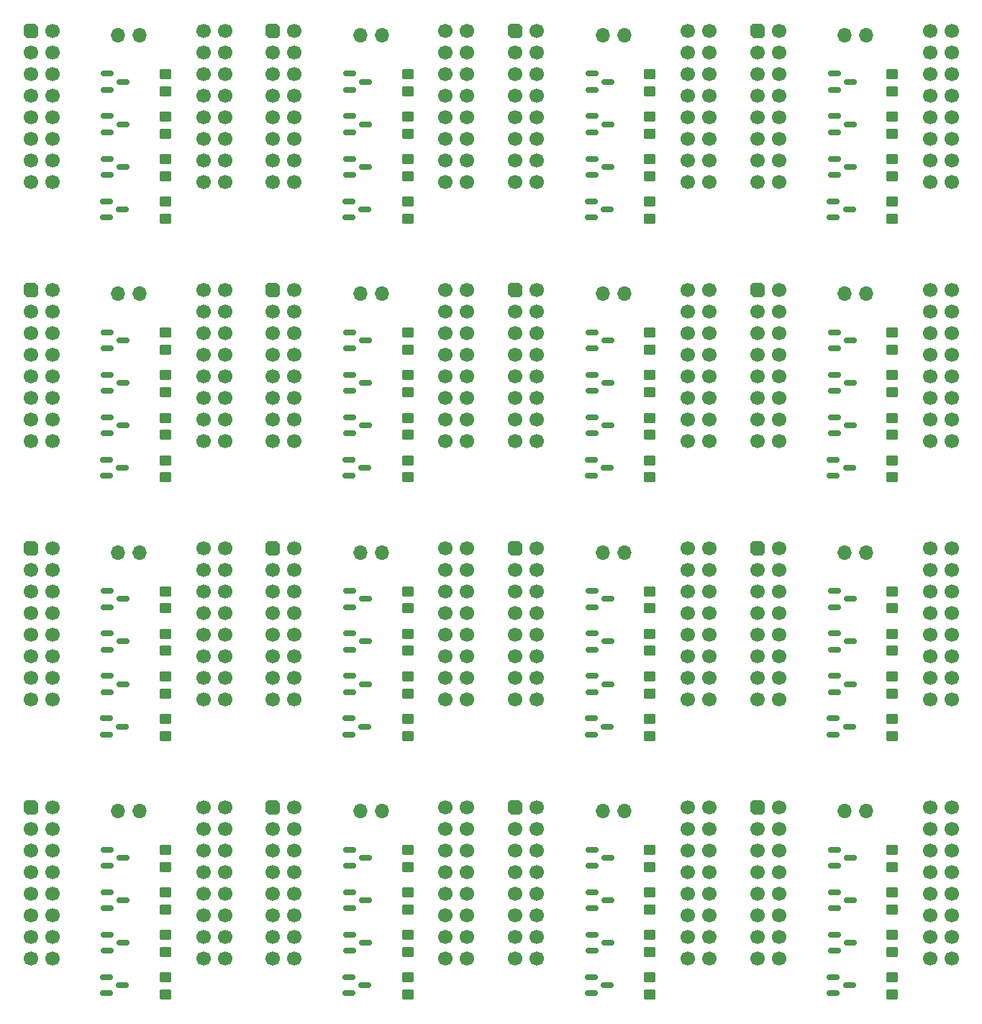
<source format=gbr>
%TF.GenerationSoftware,KiCad,Pcbnew,8.0.6*%
%TF.CreationDate,2024-10-19T01:04:28+01:00*%
%TF.ProjectId,panel,70616e65-6c2e-46b6-9963-61645f706362,rev?*%
%TF.SameCoordinates,Original*%
%TF.FileFunction,Soldermask,Top*%
%TF.FilePolarity,Negative*%
%FSLAX46Y46*%
G04 Gerber Fmt 4.6, Leading zero omitted, Abs format (unit mm)*
G04 Created by KiCad (PCBNEW 8.0.6) date 2024-10-19 01:04:28*
%MOMM*%
%LPD*%
G01*
G04 APERTURE LIST*
G04 Aperture macros list*
%AMRoundRect*
0 Rectangle with rounded corners*
0 $1 Rounding radius*
0 $2 $3 $4 $5 $6 $7 $8 $9 X,Y pos of 4 corners*
0 Add a 4 corners polygon primitive as box body*
4,1,4,$2,$3,$4,$5,$6,$7,$8,$9,$2,$3,0*
0 Add four circle primitives for the rounded corners*
1,1,$1+$1,$2,$3*
1,1,$1+$1,$4,$5*
1,1,$1+$1,$6,$7*
1,1,$1+$1,$8,$9*
0 Add four rect primitives between the rounded corners*
20,1,$1+$1,$2,$3,$4,$5,0*
20,1,$1+$1,$4,$5,$6,$7,0*
20,1,$1+$1,$6,$7,$8,$9,0*
20,1,$1+$1,$8,$9,$2,$3,0*%
%AMFreePoly0*
4,1,19,-0.850000,0.510000,-0.510000,0.850000,0.255000,0.850000,0.408997,0.829726,0.552500,0.770285,0.675729,0.675729,0.770285,0.552500,0.829726,0.408997,0.850000,0.255000,0.850000,-0.510000,0.510000,-0.850000,-0.255000,-0.850000,-0.408997,-0.829726,-0.552500,-0.770285,-0.675729,-0.675729,-0.770285,-0.552500,-0.829726,-0.408997,-0.850000,-0.255000,-0.850000,0.510000,-0.850000,0.510000,
$1*%
G04 Aperture macros list end*
%ADD10RoundRect,0.150000X-0.587500X-0.150000X0.587500X-0.150000X0.587500X0.150000X-0.587500X0.150000X0*%
%ADD11O,1.700000X1.700000*%
%ADD12FreePoly0,0.000000*%
%ADD13C,1.700000*%
%ADD14RoundRect,0.250000X0.450000X-0.350000X0.450000X0.350000X-0.450000X0.350000X-0.450000X-0.350000X0*%
G04 APERTURE END LIST*
D10*
%TO.C,Q2*%
X160410000Y-122930000D03*
X160410000Y-124830000D03*
X162285000Y-123880000D03*
%TD*%
D11*
%TO.C,J1*%
X135660000Y-113390000D03*
X133120000Y-113390000D03*
%TD*%
D10*
%TO.C,Q4*%
X131890000Y-87500000D03*
X131890000Y-89400000D03*
X133765000Y-88450000D03*
%TD*%
D12*
%TO.C,U1*%
X94330000Y-112930000D03*
D13*
X94330000Y-115470000D03*
X94330000Y-118010000D03*
X94330000Y-120550000D03*
X94330000Y-123090000D03*
X94330000Y-125630000D03*
X94330000Y-128170000D03*
X94330000Y-130710000D03*
X117190000Y-130710000D03*
X117190000Y-128170000D03*
X117190000Y-125630000D03*
X117190000Y-123090000D03*
X117190000Y-120550000D03*
X117190000Y-118010000D03*
X117190000Y-115470000D03*
X117190000Y-112930000D03*
X96870000Y-112930000D03*
X96870000Y-115470000D03*
X96870000Y-118010000D03*
X96870000Y-120550000D03*
X96870000Y-123090000D03*
X96870000Y-125630000D03*
X96870000Y-128170000D03*
X96870000Y-130710000D03*
X114650000Y-130710000D03*
X114650000Y-128170000D03*
X114650000Y-125630000D03*
X114650000Y-123090000D03*
X114650000Y-120550000D03*
X114650000Y-118010000D03*
X114650000Y-115470000D03*
X114650000Y-112930000D03*
%TD*%
D14*
%TO.C,R3*%
X167220000Y-124980000D03*
X167220000Y-122980000D03*
%TD*%
%TO.C,R2*%
X167220000Y-99550000D03*
X167220000Y-97550000D03*
%TD*%
D10*
%TO.C,Q4*%
X188930000Y-57070000D03*
X188930000Y-58970000D03*
X190805000Y-58020000D03*
%TD*%
D11*
%TO.C,J1*%
X192700000Y-52530000D03*
X190160000Y-52530000D03*
%TD*%
%TO.C,J1*%
X135660000Y-82960000D03*
X133120000Y-82960000D03*
%TD*%
D10*
%TO.C,Q2*%
X131890000Y-31640000D03*
X131890000Y-33540000D03*
X133765000Y-32590000D03*
%TD*%
D14*
%TO.C,R2*%
X110180000Y-99550000D03*
X110180000Y-97550000D03*
%TD*%
D10*
%TO.C,Q1*%
X103242500Y-41640000D03*
X103242500Y-43540000D03*
X105117500Y-42590000D03*
%TD*%
%TO.C,Q3*%
X131890000Y-67070000D03*
X131890000Y-68970000D03*
X133765000Y-68020000D03*
%TD*%
%TO.C,Q3*%
X160410000Y-36640000D03*
X160410000Y-38540000D03*
X162285000Y-37590000D03*
%TD*%
D14*
%TO.C,R2*%
X138700000Y-99550000D03*
X138700000Y-97550000D03*
%TD*%
%TO.C,R4*%
X138700000Y-28690000D03*
X138700000Y-26690000D03*
%TD*%
%TO.C,R3*%
X138700000Y-64120000D03*
X138700000Y-62120000D03*
%TD*%
D11*
%TO.C,J1*%
X135660000Y-52530000D03*
X133120000Y-52530000D03*
%TD*%
D14*
%TO.C,R3*%
X138700000Y-33690000D03*
X138700000Y-31690000D03*
%TD*%
D11*
%TO.C,J1*%
X135660000Y-22100000D03*
X133120000Y-22100000D03*
%TD*%
D12*
%TO.C,U1*%
X122850000Y-82500000D03*
D13*
X122850000Y-85040000D03*
X122850000Y-87580000D03*
X122850000Y-90120000D03*
X122850000Y-92660000D03*
X122850000Y-95200000D03*
X122850000Y-97740000D03*
X122850000Y-100280000D03*
X145710000Y-100280000D03*
X145710000Y-97740000D03*
X145710000Y-95200000D03*
X145710000Y-92660000D03*
X145710000Y-90120000D03*
X145710000Y-87580000D03*
X145710000Y-85040000D03*
X145710000Y-82500000D03*
X125390000Y-82500000D03*
X125390000Y-85040000D03*
X125390000Y-87580000D03*
X125390000Y-90120000D03*
X125390000Y-92660000D03*
X125390000Y-95200000D03*
X125390000Y-97740000D03*
X125390000Y-100280000D03*
X143170000Y-100280000D03*
X143170000Y-97740000D03*
X143170000Y-95200000D03*
X143170000Y-92660000D03*
X143170000Y-90120000D03*
X143170000Y-87580000D03*
X143170000Y-85040000D03*
X143170000Y-82500000D03*
%TD*%
D12*
%TO.C,U1*%
X122850000Y-52070000D03*
D13*
X122850000Y-54610000D03*
X122850000Y-57150000D03*
X122850000Y-59690000D03*
X122850000Y-62230000D03*
X122850000Y-64770000D03*
X122850000Y-67310000D03*
X122850000Y-69850000D03*
X145710000Y-69850000D03*
X145710000Y-67310000D03*
X145710000Y-64770000D03*
X145710000Y-62230000D03*
X145710000Y-59690000D03*
X145710000Y-57150000D03*
X145710000Y-54610000D03*
X145710000Y-52070000D03*
X125390000Y-52070000D03*
X125390000Y-54610000D03*
X125390000Y-57150000D03*
X125390000Y-59690000D03*
X125390000Y-62230000D03*
X125390000Y-64770000D03*
X125390000Y-67310000D03*
X125390000Y-69850000D03*
X143170000Y-69850000D03*
X143170000Y-67310000D03*
X143170000Y-64770000D03*
X143170000Y-62230000D03*
X143170000Y-59690000D03*
X143170000Y-57150000D03*
X143170000Y-54610000D03*
X143170000Y-52070000D03*
%TD*%
D10*
%TO.C,Q1*%
X131762500Y-41640000D03*
X131762500Y-43540000D03*
X133637500Y-42590000D03*
%TD*%
%TO.C,Q1*%
X103242500Y-102500000D03*
X103242500Y-104400000D03*
X105117500Y-103450000D03*
%TD*%
D14*
%TO.C,R4*%
X195740000Y-89550000D03*
X195740000Y-87550000D03*
%TD*%
D10*
%TO.C,Q1*%
X188802500Y-72070000D03*
X188802500Y-73970000D03*
X190677500Y-73020000D03*
%TD*%
D14*
%TO.C,R2*%
X195740000Y-99550000D03*
X195740000Y-97550000D03*
%TD*%
%TO.C,R1*%
X195740000Y-43690000D03*
X195740000Y-41690000D03*
%TD*%
%TO.C,R1*%
X138700000Y-134980000D03*
X138700000Y-132980000D03*
%TD*%
D10*
%TO.C,Q1*%
X131762500Y-102500000D03*
X131762500Y-104400000D03*
X133637500Y-103450000D03*
%TD*%
%TO.C,Q4*%
X160410000Y-57070000D03*
X160410000Y-58970000D03*
X162285000Y-58020000D03*
%TD*%
D12*
%TO.C,U1*%
X122850000Y-112930000D03*
D13*
X122850000Y-115470000D03*
X122850000Y-118010000D03*
X122850000Y-120550000D03*
X122850000Y-123090000D03*
X122850000Y-125630000D03*
X122850000Y-128170000D03*
X122850000Y-130710000D03*
X145710000Y-130710000D03*
X145710000Y-128170000D03*
X145710000Y-125630000D03*
X145710000Y-123090000D03*
X145710000Y-120550000D03*
X145710000Y-118010000D03*
X145710000Y-115470000D03*
X145710000Y-112930000D03*
X125390000Y-112930000D03*
X125390000Y-115470000D03*
X125390000Y-118010000D03*
X125390000Y-120550000D03*
X125390000Y-123090000D03*
X125390000Y-125630000D03*
X125390000Y-128170000D03*
X125390000Y-130710000D03*
X143170000Y-130710000D03*
X143170000Y-128170000D03*
X143170000Y-125630000D03*
X143170000Y-123090000D03*
X143170000Y-120550000D03*
X143170000Y-118010000D03*
X143170000Y-115470000D03*
X143170000Y-112930000D03*
%TD*%
D14*
%TO.C,R1*%
X195740000Y-74120000D03*
X195740000Y-72120000D03*
%TD*%
%TO.C,R2*%
X110180000Y-38690000D03*
X110180000Y-36690000D03*
%TD*%
D10*
%TO.C,Q1*%
X188802500Y-102500000D03*
X188802500Y-104400000D03*
X190677500Y-103450000D03*
%TD*%
D14*
%TO.C,R1*%
X167220000Y-74120000D03*
X167220000Y-72120000D03*
%TD*%
%TO.C,R2*%
X138700000Y-38690000D03*
X138700000Y-36690000D03*
%TD*%
D10*
%TO.C,Q3*%
X131890000Y-97500000D03*
X131890000Y-99400000D03*
X133765000Y-98450000D03*
%TD*%
D11*
%TO.C,J1*%
X164180000Y-113390000D03*
X161640000Y-113390000D03*
%TD*%
D14*
%TO.C,R3*%
X195740000Y-124980000D03*
X195740000Y-122980000D03*
%TD*%
%TO.C,R3*%
X195740000Y-64120000D03*
X195740000Y-62120000D03*
%TD*%
%TO.C,R4*%
X167220000Y-28690000D03*
X167220000Y-26690000D03*
%TD*%
D10*
%TO.C,Q2*%
X160410000Y-62070000D03*
X160410000Y-63970000D03*
X162285000Y-63020000D03*
%TD*%
D11*
%TO.C,J1*%
X192700000Y-82960000D03*
X190160000Y-82960000D03*
%TD*%
D14*
%TO.C,R2*%
X167220000Y-129980000D03*
X167220000Y-127980000D03*
%TD*%
%TO.C,R3*%
X110180000Y-64120000D03*
X110180000Y-62120000D03*
%TD*%
D10*
%TO.C,Q1*%
X103242500Y-132930000D03*
X103242500Y-134830000D03*
X105117500Y-133880000D03*
%TD*%
%TO.C,Q3*%
X103370000Y-127930000D03*
X103370000Y-129830000D03*
X105245000Y-128880000D03*
%TD*%
%TO.C,Q4*%
X103370000Y-87500000D03*
X103370000Y-89400000D03*
X105245000Y-88450000D03*
%TD*%
D14*
%TO.C,R4*%
X138700000Y-89550000D03*
X138700000Y-87550000D03*
%TD*%
%TO.C,R4*%
X195740000Y-119980000D03*
X195740000Y-117980000D03*
%TD*%
D10*
%TO.C,Q4*%
X188930000Y-117930000D03*
X188930000Y-119830000D03*
X190805000Y-118880000D03*
%TD*%
%TO.C,Q1*%
X131762500Y-72070000D03*
X131762500Y-73970000D03*
X133637500Y-73020000D03*
%TD*%
D14*
%TO.C,R3*%
X195740000Y-94550000D03*
X195740000Y-92550000D03*
%TD*%
D10*
%TO.C,Q4*%
X160410000Y-26640000D03*
X160410000Y-28540000D03*
X162285000Y-27590000D03*
%TD*%
%TO.C,Q3*%
X188930000Y-36640000D03*
X188930000Y-38540000D03*
X190805000Y-37590000D03*
%TD*%
D14*
%TO.C,R3*%
X110180000Y-124980000D03*
X110180000Y-122980000D03*
%TD*%
D10*
%TO.C,Q3*%
X160410000Y-127930000D03*
X160410000Y-129830000D03*
X162285000Y-128880000D03*
%TD*%
D12*
%TO.C,U1*%
X94330000Y-52070000D03*
D13*
X94330000Y-54610000D03*
X94330000Y-57150000D03*
X94330000Y-59690000D03*
X94330000Y-62230000D03*
X94330000Y-64770000D03*
X94330000Y-67310000D03*
X94330000Y-69850000D03*
X117190000Y-69850000D03*
X117190000Y-67310000D03*
X117190000Y-64770000D03*
X117190000Y-62230000D03*
X117190000Y-59690000D03*
X117190000Y-57150000D03*
X117190000Y-54610000D03*
X117190000Y-52070000D03*
X96870000Y-52070000D03*
X96870000Y-54610000D03*
X96870000Y-57150000D03*
X96870000Y-59690000D03*
X96870000Y-62230000D03*
X96870000Y-64770000D03*
X96870000Y-67310000D03*
X96870000Y-69850000D03*
X114650000Y-69850000D03*
X114650000Y-67310000D03*
X114650000Y-64770000D03*
X114650000Y-62230000D03*
X114650000Y-59690000D03*
X114650000Y-57150000D03*
X114650000Y-54610000D03*
X114650000Y-52070000D03*
%TD*%
D10*
%TO.C,Q1*%
X160282500Y-72070000D03*
X160282500Y-73970000D03*
X162157500Y-73020000D03*
%TD*%
D11*
%TO.C,J1*%
X107140000Y-22100000D03*
X104600000Y-22100000D03*
%TD*%
D10*
%TO.C,Q2*%
X188930000Y-62070000D03*
X188930000Y-63970000D03*
X190805000Y-63020000D03*
%TD*%
D14*
%TO.C,R2*%
X167220000Y-69120000D03*
X167220000Y-67120000D03*
%TD*%
D10*
%TO.C,Q2*%
X131890000Y-122930000D03*
X131890000Y-124830000D03*
X133765000Y-123880000D03*
%TD*%
%TO.C,Q4*%
X103370000Y-26640000D03*
X103370000Y-28540000D03*
X105245000Y-27590000D03*
%TD*%
D14*
%TO.C,R2*%
X138700000Y-69120000D03*
X138700000Y-67120000D03*
%TD*%
D12*
%TO.C,U1*%
X179890000Y-21640000D03*
D13*
X179890000Y-24180000D03*
X179890000Y-26720000D03*
X179890000Y-29260000D03*
X179890000Y-31800000D03*
X179890000Y-34340000D03*
X179890000Y-36880000D03*
X179890000Y-39420000D03*
X202750000Y-39420000D03*
X202750000Y-36880000D03*
X202750000Y-34340000D03*
X202750000Y-31800000D03*
X202750000Y-29260000D03*
X202750000Y-26720000D03*
X202750000Y-24180000D03*
X202750000Y-21640000D03*
X182430000Y-21640000D03*
X182430000Y-24180000D03*
X182430000Y-26720000D03*
X182430000Y-29260000D03*
X182430000Y-31800000D03*
X182430000Y-34340000D03*
X182430000Y-36880000D03*
X182430000Y-39420000D03*
X200210000Y-39420000D03*
X200210000Y-36880000D03*
X200210000Y-34340000D03*
X200210000Y-31800000D03*
X200210000Y-29260000D03*
X200210000Y-26720000D03*
X200210000Y-24180000D03*
X200210000Y-21640000D03*
%TD*%
D10*
%TO.C,Q4*%
X131890000Y-117930000D03*
X131890000Y-119830000D03*
X133765000Y-118880000D03*
%TD*%
D14*
%TO.C,R3*%
X138700000Y-124980000D03*
X138700000Y-122980000D03*
%TD*%
D12*
%TO.C,U1*%
X151370000Y-82500000D03*
D13*
X151370000Y-85040000D03*
X151370000Y-87580000D03*
X151370000Y-90120000D03*
X151370000Y-92660000D03*
X151370000Y-95200000D03*
X151370000Y-97740000D03*
X151370000Y-100280000D03*
X174230000Y-100280000D03*
X174230000Y-97740000D03*
X174230000Y-95200000D03*
X174230000Y-92660000D03*
X174230000Y-90120000D03*
X174230000Y-87580000D03*
X174230000Y-85040000D03*
X174230000Y-82500000D03*
X153910000Y-82500000D03*
X153910000Y-85040000D03*
X153910000Y-87580000D03*
X153910000Y-90120000D03*
X153910000Y-92660000D03*
X153910000Y-95200000D03*
X153910000Y-97740000D03*
X153910000Y-100280000D03*
X171690000Y-100280000D03*
X171690000Y-97740000D03*
X171690000Y-95200000D03*
X171690000Y-92660000D03*
X171690000Y-90120000D03*
X171690000Y-87580000D03*
X171690000Y-85040000D03*
X171690000Y-82500000D03*
%TD*%
D14*
%TO.C,R3*%
X195740000Y-33690000D03*
X195740000Y-31690000D03*
%TD*%
D10*
%TO.C,Q3*%
X188930000Y-97500000D03*
X188930000Y-99400000D03*
X190805000Y-98450000D03*
%TD*%
%TO.C,Q2*%
X131890000Y-62070000D03*
X131890000Y-63970000D03*
X133765000Y-63020000D03*
%TD*%
D12*
%TO.C,U1*%
X151370000Y-21640000D03*
D13*
X151370000Y-24180000D03*
X151370000Y-26720000D03*
X151370000Y-29260000D03*
X151370000Y-31800000D03*
X151370000Y-34340000D03*
X151370000Y-36880000D03*
X151370000Y-39420000D03*
X174230000Y-39420000D03*
X174230000Y-36880000D03*
X174230000Y-34340000D03*
X174230000Y-31800000D03*
X174230000Y-29260000D03*
X174230000Y-26720000D03*
X174230000Y-24180000D03*
X174230000Y-21640000D03*
X153910000Y-21640000D03*
X153910000Y-24180000D03*
X153910000Y-26720000D03*
X153910000Y-29260000D03*
X153910000Y-31800000D03*
X153910000Y-34340000D03*
X153910000Y-36880000D03*
X153910000Y-39420000D03*
X171690000Y-39420000D03*
X171690000Y-36880000D03*
X171690000Y-34340000D03*
X171690000Y-31800000D03*
X171690000Y-29260000D03*
X171690000Y-26720000D03*
X171690000Y-24180000D03*
X171690000Y-21640000D03*
%TD*%
D14*
%TO.C,R1*%
X110180000Y-134980000D03*
X110180000Y-132980000D03*
%TD*%
D10*
%TO.C,Q1*%
X160282500Y-41640000D03*
X160282500Y-43540000D03*
X162157500Y-42590000D03*
%TD*%
%TO.C,Q3*%
X103370000Y-36640000D03*
X103370000Y-38540000D03*
X105245000Y-37590000D03*
%TD*%
D14*
%TO.C,R3*%
X138700000Y-94550000D03*
X138700000Y-92550000D03*
%TD*%
D10*
%TO.C,Q3*%
X188930000Y-67070000D03*
X188930000Y-68970000D03*
X190805000Y-68020000D03*
%TD*%
D12*
%TO.C,U1*%
X151370000Y-52070000D03*
D13*
X151370000Y-54610000D03*
X151370000Y-57150000D03*
X151370000Y-59690000D03*
X151370000Y-62230000D03*
X151370000Y-64770000D03*
X151370000Y-67310000D03*
X151370000Y-69850000D03*
X174230000Y-69850000D03*
X174230000Y-67310000D03*
X174230000Y-64770000D03*
X174230000Y-62230000D03*
X174230000Y-59690000D03*
X174230000Y-57150000D03*
X174230000Y-54610000D03*
X174230000Y-52070000D03*
X153910000Y-52070000D03*
X153910000Y-54610000D03*
X153910000Y-57150000D03*
X153910000Y-59690000D03*
X153910000Y-62230000D03*
X153910000Y-64770000D03*
X153910000Y-67310000D03*
X153910000Y-69850000D03*
X171690000Y-69850000D03*
X171690000Y-67310000D03*
X171690000Y-64770000D03*
X171690000Y-62230000D03*
X171690000Y-59690000D03*
X171690000Y-57150000D03*
X171690000Y-54610000D03*
X171690000Y-52070000D03*
%TD*%
D10*
%TO.C,Q2*%
X188930000Y-31640000D03*
X188930000Y-33540000D03*
X190805000Y-32590000D03*
%TD*%
D12*
%TO.C,U1*%
X94330000Y-82500000D03*
D13*
X94330000Y-85040000D03*
X94330000Y-87580000D03*
X94330000Y-90120000D03*
X94330000Y-92660000D03*
X94330000Y-95200000D03*
X94330000Y-97740000D03*
X94330000Y-100280000D03*
X117190000Y-100280000D03*
X117190000Y-97740000D03*
X117190000Y-95200000D03*
X117190000Y-92660000D03*
X117190000Y-90120000D03*
X117190000Y-87580000D03*
X117190000Y-85040000D03*
X117190000Y-82500000D03*
X96870000Y-82500000D03*
X96870000Y-85040000D03*
X96870000Y-87580000D03*
X96870000Y-90120000D03*
X96870000Y-92660000D03*
X96870000Y-95200000D03*
X96870000Y-97740000D03*
X96870000Y-100280000D03*
X114650000Y-100280000D03*
X114650000Y-97740000D03*
X114650000Y-95200000D03*
X114650000Y-92660000D03*
X114650000Y-90120000D03*
X114650000Y-87580000D03*
X114650000Y-85040000D03*
X114650000Y-82500000D03*
%TD*%
D12*
%TO.C,U1*%
X151370000Y-112930000D03*
D13*
X151370000Y-115470000D03*
X151370000Y-118010000D03*
X151370000Y-120550000D03*
X151370000Y-123090000D03*
X151370000Y-125630000D03*
X151370000Y-128170000D03*
X151370000Y-130710000D03*
X174230000Y-130710000D03*
X174230000Y-128170000D03*
X174230000Y-125630000D03*
X174230000Y-123090000D03*
X174230000Y-120550000D03*
X174230000Y-118010000D03*
X174230000Y-115470000D03*
X174230000Y-112930000D03*
X153910000Y-112930000D03*
X153910000Y-115470000D03*
X153910000Y-118010000D03*
X153910000Y-120550000D03*
X153910000Y-123090000D03*
X153910000Y-125630000D03*
X153910000Y-128170000D03*
X153910000Y-130710000D03*
X171690000Y-130710000D03*
X171690000Y-128170000D03*
X171690000Y-125630000D03*
X171690000Y-123090000D03*
X171690000Y-120550000D03*
X171690000Y-118010000D03*
X171690000Y-115470000D03*
X171690000Y-112930000D03*
%TD*%
D10*
%TO.C,Q4*%
X103370000Y-57070000D03*
X103370000Y-58970000D03*
X105245000Y-58020000D03*
%TD*%
%TO.C,Q2*%
X188930000Y-122930000D03*
X188930000Y-124830000D03*
X190805000Y-123880000D03*
%TD*%
%TO.C,Q3*%
X188930000Y-127930000D03*
X188930000Y-129830000D03*
X190805000Y-128880000D03*
%TD*%
D12*
%TO.C,U1*%
X179890000Y-52070000D03*
D13*
X179890000Y-54610000D03*
X179890000Y-57150000D03*
X179890000Y-59690000D03*
X179890000Y-62230000D03*
X179890000Y-64770000D03*
X179890000Y-67310000D03*
X179890000Y-69850000D03*
X202750000Y-69850000D03*
X202750000Y-67310000D03*
X202750000Y-64770000D03*
X202750000Y-62230000D03*
X202750000Y-59690000D03*
X202750000Y-57150000D03*
X202750000Y-54610000D03*
X202750000Y-52070000D03*
X182430000Y-52070000D03*
X182430000Y-54610000D03*
X182430000Y-57150000D03*
X182430000Y-59690000D03*
X182430000Y-62230000D03*
X182430000Y-64770000D03*
X182430000Y-67310000D03*
X182430000Y-69850000D03*
X200210000Y-69850000D03*
X200210000Y-67310000D03*
X200210000Y-64770000D03*
X200210000Y-62230000D03*
X200210000Y-59690000D03*
X200210000Y-57150000D03*
X200210000Y-54610000D03*
X200210000Y-52070000D03*
%TD*%
D14*
%TO.C,R4*%
X195740000Y-28690000D03*
X195740000Y-26690000D03*
%TD*%
%TO.C,R1*%
X138700000Y-104550000D03*
X138700000Y-102550000D03*
%TD*%
D10*
%TO.C,Q1*%
X188802500Y-132930000D03*
X188802500Y-134830000D03*
X190677500Y-133880000D03*
%TD*%
%TO.C,Q2*%
X103370000Y-62070000D03*
X103370000Y-63970000D03*
X105245000Y-63020000D03*
%TD*%
D14*
%TO.C,R2*%
X195740000Y-69120000D03*
X195740000Y-67120000D03*
%TD*%
D10*
%TO.C,Q2*%
X188930000Y-92500000D03*
X188930000Y-94400000D03*
X190805000Y-93450000D03*
%TD*%
D14*
%TO.C,R2*%
X110180000Y-129980000D03*
X110180000Y-127980000D03*
%TD*%
D10*
%TO.C,Q4*%
X160410000Y-87500000D03*
X160410000Y-89400000D03*
X162285000Y-88450000D03*
%TD*%
%TO.C,Q2*%
X160410000Y-31640000D03*
X160410000Y-33540000D03*
X162285000Y-32590000D03*
%TD*%
D14*
%TO.C,R2*%
X195740000Y-129980000D03*
X195740000Y-127980000D03*
%TD*%
%TO.C,R2*%
X167220000Y-38690000D03*
X167220000Y-36690000D03*
%TD*%
%TO.C,R4*%
X167220000Y-59120000D03*
X167220000Y-57120000D03*
%TD*%
%TO.C,R1*%
X167220000Y-134980000D03*
X167220000Y-132980000D03*
%TD*%
%TO.C,R4*%
X195740000Y-59120000D03*
X195740000Y-57120000D03*
%TD*%
%TO.C,R4*%
X138700000Y-59120000D03*
X138700000Y-57120000D03*
%TD*%
D10*
%TO.C,Q2*%
X103370000Y-31640000D03*
X103370000Y-33540000D03*
X105245000Y-32590000D03*
%TD*%
%TO.C,Q3*%
X160410000Y-67070000D03*
X160410000Y-68970000D03*
X162285000Y-68020000D03*
%TD*%
%TO.C,Q3*%
X131890000Y-36640000D03*
X131890000Y-38540000D03*
X133765000Y-37590000D03*
%TD*%
D14*
%TO.C,R3*%
X167220000Y-64120000D03*
X167220000Y-62120000D03*
%TD*%
D10*
%TO.C,Q3*%
X103370000Y-67070000D03*
X103370000Y-68970000D03*
X105245000Y-68020000D03*
%TD*%
%TO.C,Q1*%
X160282500Y-132930000D03*
X160282500Y-134830000D03*
X162157500Y-133880000D03*
%TD*%
%TO.C,Q4*%
X188930000Y-87500000D03*
X188930000Y-89400000D03*
X190805000Y-88450000D03*
%TD*%
D11*
%TO.C,J1*%
X164180000Y-52530000D03*
X161640000Y-52530000D03*
%TD*%
D14*
%TO.C,R4*%
X110180000Y-59120000D03*
X110180000Y-57120000D03*
%TD*%
D11*
%TO.C,J1*%
X164180000Y-22100000D03*
X161640000Y-22100000D03*
%TD*%
%TO.C,J1*%
X107140000Y-82960000D03*
X104600000Y-82960000D03*
%TD*%
D14*
%TO.C,R2*%
X138700000Y-129980000D03*
X138700000Y-127980000D03*
%TD*%
%TO.C,R1*%
X195740000Y-104550000D03*
X195740000Y-102550000D03*
%TD*%
%TO.C,R1*%
X138700000Y-43690000D03*
X138700000Y-41690000D03*
%TD*%
%TO.C,R4*%
X110180000Y-89550000D03*
X110180000Y-87550000D03*
%TD*%
D12*
%TO.C,U1*%
X94330000Y-21640000D03*
D13*
X94330000Y-24180000D03*
X94330000Y-26720000D03*
X94330000Y-29260000D03*
X94330000Y-31800000D03*
X94330000Y-34340000D03*
X94330000Y-36880000D03*
X94330000Y-39420000D03*
X117190000Y-39420000D03*
X117190000Y-36880000D03*
X117190000Y-34340000D03*
X117190000Y-31800000D03*
X117190000Y-29260000D03*
X117190000Y-26720000D03*
X117190000Y-24180000D03*
X117190000Y-21640000D03*
X96870000Y-21640000D03*
X96870000Y-24180000D03*
X96870000Y-26720000D03*
X96870000Y-29260000D03*
X96870000Y-31800000D03*
X96870000Y-34340000D03*
X96870000Y-36880000D03*
X96870000Y-39420000D03*
X114650000Y-39420000D03*
X114650000Y-36880000D03*
X114650000Y-34340000D03*
X114650000Y-31800000D03*
X114650000Y-29260000D03*
X114650000Y-26720000D03*
X114650000Y-24180000D03*
X114650000Y-21640000D03*
%TD*%
D14*
%TO.C,R2*%
X195740000Y-38690000D03*
X195740000Y-36690000D03*
%TD*%
D11*
%TO.C,J1*%
X107140000Y-52530000D03*
X104600000Y-52530000D03*
%TD*%
D14*
%TO.C,R1*%
X110180000Y-74120000D03*
X110180000Y-72120000D03*
%TD*%
D10*
%TO.C,Q1*%
X188802500Y-41640000D03*
X188802500Y-43540000D03*
X190677500Y-42590000D03*
%TD*%
D14*
%TO.C,R1*%
X110180000Y-104550000D03*
X110180000Y-102550000D03*
%TD*%
D10*
%TO.C,Q3*%
X131890000Y-127930000D03*
X131890000Y-129830000D03*
X133765000Y-128880000D03*
%TD*%
D14*
%TO.C,R4*%
X167220000Y-89550000D03*
X167220000Y-87550000D03*
%TD*%
D10*
%TO.C,Q4*%
X103370000Y-117930000D03*
X103370000Y-119830000D03*
X105245000Y-118880000D03*
%TD*%
D14*
%TO.C,R1*%
X138700000Y-74120000D03*
X138700000Y-72120000D03*
%TD*%
D10*
%TO.C,Q4*%
X131890000Y-26640000D03*
X131890000Y-28540000D03*
X133765000Y-27590000D03*
%TD*%
D14*
%TO.C,R2*%
X110180000Y-69120000D03*
X110180000Y-67120000D03*
%TD*%
D10*
%TO.C,Q3*%
X160410000Y-97500000D03*
X160410000Y-99400000D03*
X162285000Y-98450000D03*
%TD*%
D14*
%TO.C,R3*%
X110180000Y-94550000D03*
X110180000Y-92550000D03*
%TD*%
D10*
%TO.C,Q2*%
X160410000Y-92500000D03*
X160410000Y-94400000D03*
X162285000Y-93450000D03*
%TD*%
D14*
%TO.C,R4*%
X138700000Y-119980000D03*
X138700000Y-117980000D03*
%TD*%
D10*
%TO.C,Q1*%
X160282500Y-102500000D03*
X160282500Y-104400000D03*
X162157500Y-103450000D03*
%TD*%
D11*
%TO.C,J1*%
X164180000Y-82960000D03*
X161640000Y-82960000D03*
%TD*%
D14*
%TO.C,R1*%
X195740000Y-134980000D03*
X195740000Y-132980000D03*
%TD*%
D12*
%TO.C,U1*%
X179890000Y-112930000D03*
D13*
X179890000Y-115470000D03*
X179890000Y-118010000D03*
X179890000Y-120550000D03*
X179890000Y-123090000D03*
X179890000Y-125630000D03*
X179890000Y-128170000D03*
X179890000Y-130710000D03*
X202750000Y-130710000D03*
X202750000Y-128170000D03*
X202750000Y-125630000D03*
X202750000Y-123090000D03*
X202750000Y-120550000D03*
X202750000Y-118010000D03*
X202750000Y-115470000D03*
X202750000Y-112930000D03*
X182430000Y-112930000D03*
X182430000Y-115470000D03*
X182430000Y-118010000D03*
X182430000Y-120550000D03*
X182430000Y-123090000D03*
X182430000Y-125630000D03*
X182430000Y-128170000D03*
X182430000Y-130710000D03*
X200210000Y-130710000D03*
X200210000Y-128170000D03*
X200210000Y-125630000D03*
X200210000Y-123090000D03*
X200210000Y-120550000D03*
X200210000Y-118010000D03*
X200210000Y-115470000D03*
X200210000Y-112930000D03*
%TD*%
D14*
%TO.C,R1*%
X167220000Y-104550000D03*
X167220000Y-102550000D03*
%TD*%
%TO.C,R4*%
X110180000Y-119980000D03*
X110180000Y-117980000D03*
%TD*%
%TO.C,R1*%
X110180000Y-43690000D03*
X110180000Y-41690000D03*
%TD*%
D10*
%TO.C,Q4*%
X160410000Y-117930000D03*
X160410000Y-119830000D03*
X162285000Y-118880000D03*
%TD*%
%TO.C,Q4*%
X188930000Y-26640000D03*
X188930000Y-28540000D03*
X190805000Y-27590000D03*
%TD*%
D14*
%TO.C,R4*%
X167220000Y-119980000D03*
X167220000Y-117980000D03*
%TD*%
%TO.C,R1*%
X167220000Y-43690000D03*
X167220000Y-41690000D03*
%TD*%
D10*
%TO.C,Q2*%
X103370000Y-122930000D03*
X103370000Y-124830000D03*
X105245000Y-123880000D03*
%TD*%
D14*
%TO.C,R3*%
X167220000Y-94550000D03*
X167220000Y-92550000D03*
%TD*%
D11*
%TO.C,J1*%
X192700000Y-113390000D03*
X190160000Y-113390000D03*
%TD*%
D10*
%TO.C,Q1*%
X103242500Y-72070000D03*
X103242500Y-73970000D03*
X105117500Y-73020000D03*
%TD*%
D11*
%TO.C,J1*%
X107140000Y-113390000D03*
X104600000Y-113390000D03*
%TD*%
D10*
%TO.C,Q1*%
X131762500Y-132930000D03*
X131762500Y-134830000D03*
X133637500Y-133880000D03*
%TD*%
D12*
%TO.C,U1*%
X179890000Y-82500000D03*
D13*
X179890000Y-85040000D03*
X179890000Y-87580000D03*
X179890000Y-90120000D03*
X179890000Y-92660000D03*
X179890000Y-95200000D03*
X179890000Y-97740000D03*
X179890000Y-100280000D03*
X202750000Y-100280000D03*
X202750000Y-97740000D03*
X202750000Y-95200000D03*
X202750000Y-92660000D03*
X202750000Y-90120000D03*
X202750000Y-87580000D03*
X202750000Y-85040000D03*
X202750000Y-82500000D03*
X182430000Y-82500000D03*
X182430000Y-85040000D03*
X182430000Y-87580000D03*
X182430000Y-90120000D03*
X182430000Y-92660000D03*
X182430000Y-95200000D03*
X182430000Y-97740000D03*
X182430000Y-100280000D03*
X200210000Y-100280000D03*
X200210000Y-97740000D03*
X200210000Y-95200000D03*
X200210000Y-92660000D03*
X200210000Y-90120000D03*
X200210000Y-87580000D03*
X200210000Y-85040000D03*
X200210000Y-82500000D03*
%TD*%
D14*
%TO.C,R3*%
X167220000Y-33690000D03*
X167220000Y-31690000D03*
%TD*%
D10*
%TO.C,Q3*%
X103370000Y-97500000D03*
X103370000Y-99400000D03*
X105245000Y-98450000D03*
%TD*%
D12*
%TO.C,U1*%
X122850000Y-21640000D03*
D13*
X122850000Y-24180000D03*
X122850000Y-26720000D03*
X122850000Y-29260000D03*
X122850000Y-31800000D03*
X122850000Y-34340000D03*
X122850000Y-36880000D03*
X122850000Y-39420000D03*
X145710000Y-39420000D03*
X145710000Y-36880000D03*
X145710000Y-34340000D03*
X145710000Y-31800000D03*
X145710000Y-29260000D03*
X145710000Y-26720000D03*
X145710000Y-24180000D03*
X145710000Y-21640000D03*
X125390000Y-21640000D03*
X125390000Y-24180000D03*
X125390000Y-26720000D03*
X125390000Y-29260000D03*
X125390000Y-31800000D03*
X125390000Y-34340000D03*
X125390000Y-36880000D03*
X125390000Y-39420000D03*
X143170000Y-39420000D03*
X143170000Y-36880000D03*
X143170000Y-34340000D03*
X143170000Y-31800000D03*
X143170000Y-29260000D03*
X143170000Y-26720000D03*
X143170000Y-24180000D03*
X143170000Y-21640000D03*
%TD*%
D11*
%TO.C,J1*%
X192700000Y-22100000D03*
X190160000Y-22100000D03*
%TD*%
D10*
%TO.C,Q2*%
X103370000Y-92500000D03*
X103370000Y-94400000D03*
X105245000Y-93450000D03*
%TD*%
%TO.C,Q2*%
X131890000Y-92500000D03*
X131890000Y-94400000D03*
X133765000Y-93450000D03*
%TD*%
%TO.C,Q4*%
X131890000Y-57070000D03*
X131890000Y-58970000D03*
X133765000Y-58020000D03*
%TD*%
D14*
%TO.C,R3*%
X110180000Y-33690000D03*
X110180000Y-31690000D03*
%TD*%
%TO.C,R4*%
X110180000Y-28690000D03*
X110180000Y-26690000D03*
%TD*%
M02*

</source>
